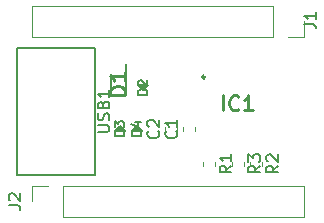
<source format=gbr>
G04 #@! TF.GenerationSoftware,KiCad,Pcbnew,(5.0.2)-1*
G04 #@! TF.CreationDate,2019-10-04T12:42:43+03:00*
G04 #@! TF.ProjectId,Micro-USB-UART,4d696372-6f2d-4555-9342-2d554152542e,rev?*
G04 #@! TF.SameCoordinates,Original*
G04 #@! TF.FileFunction,Legend,Top*
G04 #@! TF.FilePolarity,Positive*
%FSLAX46Y46*%
G04 Gerber Fmt 4.6, Leading zero omitted, Abs format (unit mm)*
G04 Created by KiCad (PCBNEW (5.0.2)-1) date 04.10.2019 12:42:43*
%MOMM*%
%LPD*%
G01*
G04 APERTURE LIST*
%ADD10C,0.120000*%
%ADD11C,0.200000*%
%ADD12C,0.150000*%
%ADD13C,0.254000*%
G04 APERTURE END LIST*
D10*
G04 #@! TO.C,C1*
X87886000Y-115808879D02*
X87886000Y-115483321D01*
X86866000Y-115808879D02*
X86866000Y-115483321D01*
G04 #@! TO.C,C2*
X85342000Y-115808879D02*
X85342000Y-115483321D01*
X86362000Y-115808879D02*
X86362000Y-115483321D01*
D11*
G04 #@! TO.C,D1*
X82057000Y-110123500D02*
X82057000Y-112673500D01*
X80757000Y-110973500D02*
X80757000Y-112673500D01*
D12*
G04 #@! TO.C,D2*
X83502500Y-111941000D02*
X83502500Y-112141000D01*
X83502500Y-112241000D02*
X83702500Y-111941000D01*
X83302500Y-111941000D02*
X83502500Y-112241000D01*
X83502500Y-112341000D02*
X83102500Y-111941000D01*
X83902500Y-111941000D02*
X83502500Y-112341000D01*
X83102500Y-111941000D02*
X83902500Y-111941000D01*
G04 #@! TO.C,D3*
X81934000Y-115816100D02*
X81134000Y-115816100D01*
X81134000Y-115816100D02*
X81534000Y-115416100D01*
X81534000Y-115416100D02*
X81934000Y-115816100D01*
X81734000Y-115816100D02*
X81534000Y-115516100D01*
X81534000Y-115516100D02*
X81334000Y-115816100D01*
X81534000Y-115816100D02*
X81534000Y-115616100D01*
G04 #@! TO.C,D4*
X82994500Y-115816100D02*
X82994500Y-115616100D01*
X82994500Y-115516100D02*
X82794500Y-115816100D01*
X83194500Y-115816100D02*
X82994500Y-115516100D01*
X82994500Y-115416100D02*
X83394500Y-115816100D01*
X82594500Y-115816100D02*
X82994500Y-115416100D01*
X83394500Y-115816100D02*
X82594500Y-115816100D01*
D13*
G04 #@! TO.C,IC1*
X88765800Y-111237200D02*
G75*
G03X88765800Y-111237200I-125000J0D01*
G01*
D10*
G04 #@! TO.C,R1*
X89613200Y-118404421D02*
X89613200Y-118729979D01*
X88593200Y-118404421D02*
X88593200Y-118729979D01*
G04 #@! TO.C,R2*
X93575600Y-118404421D02*
X93575600Y-118729979D01*
X92555600Y-118404421D02*
X92555600Y-118729979D01*
G04 #@! TO.C,R3*
X91031600Y-118404421D02*
X91031600Y-118729979D01*
X92051600Y-118404421D02*
X92051600Y-118729979D01*
D12*
G04 #@! TO.C,USB1*
X72858500Y-108753950D02*
X72858500Y-119553950D01*
X72858500Y-108753950D02*
X79433500Y-108753950D01*
X79433500Y-108753950D02*
X79433500Y-119553950D01*
X79433500Y-119553950D02*
X72858500Y-119553950D01*
D10*
G04 #@! TO.C,J1*
X94488000Y-105197600D02*
X94488000Y-107857600D01*
X94488000Y-105197600D02*
X74108000Y-105197600D01*
X74108000Y-105197600D02*
X74108000Y-107857600D01*
X94488000Y-107857600D02*
X74108000Y-107857600D01*
X97088000Y-107857600D02*
X95758000Y-107857600D01*
X97088000Y-106527600D02*
X97088000Y-107857600D01*
G04 #@! TO.C,J2*
X74108000Y-121754900D02*
X74108000Y-120424900D01*
X74108000Y-120424900D02*
X75438000Y-120424900D01*
X76708000Y-120424900D02*
X97088000Y-120424900D01*
X97088000Y-123084900D02*
X97088000Y-120424900D01*
X76708000Y-123084900D02*
X97088000Y-123084900D01*
X76708000Y-123084900D02*
X76708000Y-120424900D01*
G04 #@! TO.C,C1*
D12*
X86303142Y-115812766D02*
X86350761Y-115860385D01*
X86398380Y-116003242D01*
X86398380Y-116098480D01*
X86350761Y-116241338D01*
X86255523Y-116336576D01*
X86160285Y-116384195D01*
X85969809Y-116431814D01*
X85826952Y-116431814D01*
X85636476Y-116384195D01*
X85541238Y-116336576D01*
X85446000Y-116241338D01*
X85398380Y-116098480D01*
X85398380Y-116003242D01*
X85446000Y-115860385D01*
X85493619Y-115812766D01*
X86398380Y-114860385D02*
X86398380Y-115431814D01*
X86398380Y-115146100D02*
X85398380Y-115146100D01*
X85541238Y-115241338D01*
X85636476Y-115336576D01*
X85684095Y-115431814D01*
G04 #@! TO.C,C2*
X84779142Y-115812766D02*
X84826761Y-115860385D01*
X84874380Y-116003242D01*
X84874380Y-116098480D01*
X84826761Y-116241338D01*
X84731523Y-116336576D01*
X84636285Y-116384195D01*
X84445809Y-116431814D01*
X84302952Y-116431814D01*
X84112476Y-116384195D01*
X84017238Y-116336576D01*
X83922000Y-116241338D01*
X83874380Y-116098480D01*
X83874380Y-116003242D01*
X83922000Y-115860385D01*
X83969619Y-115812766D01*
X83969619Y-115431814D02*
X83922000Y-115384195D01*
X83874380Y-115288957D01*
X83874380Y-115050861D01*
X83922000Y-114955623D01*
X83969619Y-114908004D01*
X84064857Y-114860385D01*
X84160095Y-114860385D01*
X84302952Y-114908004D01*
X84874380Y-115479433D01*
X84874380Y-114860385D01*
G04 #@! TO.C,D1*
D13*
X81981523Y-112760880D02*
X80711523Y-112760880D01*
X80711523Y-112458500D01*
X80772000Y-112277071D01*
X80892952Y-112156119D01*
X81013904Y-112095642D01*
X81255809Y-112035166D01*
X81437238Y-112035166D01*
X81679142Y-112095642D01*
X81800095Y-112156119D01*
X81921047Y-112277071D01*
X81981523Y-112458500D01*
X81981523Y-112760880D01*
X81981523Y-110825642D02*
X81981523Y-111551357D01*
X81981523Y-111188500D02*
X80711523Y-111188500D01*
X80892952Y-111309452D01*
X81013904Y-111430404D01*
X81074380Y-111551357D01*
G04 #@! TO.C,D2*
D12*
X83864404Y-112731476D02*
X83064404Y-112731476D01*
X83064404Y-112541000D01*
X83102500Y-112426714D01*
X83178690Y-112350523D01*
X83254880Y-112312428D01*
X83407261Y-112274333D01*
X83521547Y-112274333D01*
X83673928Y-112312428D01*
X83750119Y-112350523D01*
X83826309Y-112426714D01*
X83864404Y-112541000D01*
X83864404Y-112731476D01*
X83140595Y-111969571D02*
X83102500Y-111931476D01*
X83064404Y-111855285D01*
X83064404Y-111664809D01*
X83102500Y-111588619D01*
X83140595Y-111550523D01*
X83216785Y-111512428D01*
X83292976Y-111512428D01*
X83407261Y-111550523D01*
X83864404Y-112007666D01*
X83864404Y-111512428D01*
G04 #@! TO.C,D3*
X81895904Y-116206576D02*
X81095904Y-116206576D01*
X81095904Y-116016100D01*
X81134000Y-115901814D01*
X81210190Y-115825623D01*
X81286380Y-115787528D01*
X81438761Y-115749433D01*
X81553047Y-115749433D01*
X81705428Y-115787528D01*
X81781619Y-115825623D01*
X81857809Y-115901814D01*
X81895904Y-116016100D01*
X81895904Y-116206576D01*
X81095904Y-115482766D02*
X81095904Y-114987528D01*
X81400666Y-115254195D01*
X81400666Y-115139909D01*
X81438761Y-115063719D01*
X81476857Y-115025623D01*
X81553047Y-114987528D01*
X81743523Y-114987528D01*
X81819714Y-115025623D01*
X81857809Y-115063719D01*
X81895904Y-115139909D01*
X81895904Y-115368480D01*
X81857809Y-115444671D01*
X81819714Y-115482766D01*
G04 #@! TO.C,D4*
X83356404Y-116206576D02*
X82556404Y-116206576D01*
X82556404Y-116016100D01*
X82594500Y-115901814D01*
X82670690Y-115825623D01*
X82746880Y-115787528D01*
X82899261Y-115749433D01*
X83013547Y-115749433D01*
X83165928Y-115787528D01*
X83242119Y-115825623D01*
X83318309Y-115901814D01*
X83356404Y-116016100D01*
X83356404Y-116206576D01*
X82823071Y-115063719D02*
X83356404Y-115063719D01*
X82518309Y-115254195D02*
X83089738Y-115444671D01*
X83089738Y-114949433D01*
G04 #@! TO.C,IC1*
D13*
X90251038Y-114061723D02*
X90251038Y-112791723D01*
X91581514Y-113940771D02*
X91521038Y-114001247D01*
X91339609Y-114061723D01*
X91218657Y-114061723D01*
X91037228Y-114001247D01*
X90916276Y-113880295D01*
X90855800Y-113759342D01*
X90795323Y-113517438D01*
X90795323Y-113336009D01*
X90855800Y-113094104D01*
X90916276Y-112973152D01*
X91037228Y-112852200D01*
X91218657Y-112791723D01*
X91339609Y-112791723D01*
X91521038Y-112852200D01*
X91581514Y-112912676D01*
X92791038Y-114061723D02*
X92065323Y-114061723D01*
X92428180Y-114061723D02*
X92428180Y-112791723D01*
X92307228Y-112973152D01*
X92186276Y-113094104D01*
X92065323Y-113154580D01*
G04 #@! TO.C,R1*
D12*
X90985580Y-118733866D02*
X90509390Y-119067200D01*
X90985580Y-119305295D02*
X89985580Y-119305295D01*
X89985580Y-118924342D01*
X90033200Y-118829104D01*
X90080819Y-118781485D01*
X90176057Y-118733866D01*
X90318914Y-118733866D01*
X90414152Y-118781485D01*
X90461771Y-118829104D01*
X90509390Y-118924342D01*
X90509390Y-119305295D01*
X90985580Y-117781485D02*
X90985580Y-118352914D01*
X90985580Y-118067200D02*
X89985580Y-118067200D01*
X90128438Y-118162438D01*
X90223676Y-118257676D01*
X90271295Y-118352914D01*
G04 #@! TO.C,R2*
X94947980Y-118733866D02*
X94471790Y-119067200D01*
X94947980Y-119305295D02*
X93947980Y-119305295D01*
X93947980Y-118924342D01*
X93995600Y-118829104D01*
X94043219Y-118781485D01*
X94138457Y-118733866D01*
X94281314Y-118733866D01*
X94376552Y-118781485D01*
X94424171Y-118829104D01*
X94471790Y-118924342D01*
X94471790Y-119305295D01*
X94043219Y-118352914D02*
X93995600Y-118305295D01*
X93947980Y-118210057D01*
X93947980Y-117971961D01*
X93995600Y-117876723D01*
X94043219Y-117829104D01*
X94138457Y-117781485D01*
X94233695Y-117781485D01*
X94376552Y-117829104D01*
X94947980Y-118400533D01*
X94947980Y-117781485D01*
G04 #@! TO.C,R3*
X93423980Y-118733866D02*
X92947790Y-119067200D01*
X93423980Y-119305295D02*
X92423980Y-119305295D01*
X92423980Y-118924342D01*
X92471600Y-118829104D01*
X92519219Y-118781485D01*
X92614457Y-118733866D01*
X92757314Y-118733866D01*
X92852552Y-118781485D01*
X92900171Y-118829104D01*
X92947790Y-118924342D01*
X92947790Y-119305295D01*
X92423980Y-118400533D02*
X92423980Y-117781485D01*
X92804933Y-118114819D01*
X92804933Y-117971961D01*
X92852552Y-117876723D01*
X92900171Y-117829104D01*
X92995409Y-117781485D01*
X93233504Y-117781485D01*
X93328742Y-117829104D01*
X93376361Y-117876723D01*
X93423980Y-117971961D01*
X93423980Y-118257676D01*
X93376361Y-118352914D01*
X93328742Y-118400533D01*
G04 #@! TO.C,USB1*
X79660880Y-115892045D02*
X80470404Y-115892045D01*
X80565642Y-115844426D01*
X80613261Y-115796807D01*
X80660880Y-115701569D01*
X80660880Y-115511092D01*
X80613261Y-115415854D01*
X80565642Y-115368235D01*
X80470404Y-115320616D01*
X79660880Y-115320616D01*
X80613261Y-114892045D02*
X80660880Y-114749188D01*
X80660880Y-114511092D01*
X80613261Y-114415854D01*
X80565642Y-114368235D01*
X80470404Y-114320616D01*
X80375166Y-114320616D01*
X80279928Y-114368235D01*
X80232309Y-114415854D01*
X80184690Y-114511092D01*
X80137071Y-114701569D01*
X80089452Y-114796807D01*
X80041833Y-114844426D01*
X79946595Y-114892045D01*
X79851357Y-114892045D01*
X79756119Y-114844426D01*
X79708500Y-114796807D01*
X79660880Y-114701569D01*
X79660880Y-114463473D01*
X79708500Y-114320616D01*
X80137071Y-113558711D02*
X80184690Y-113415854D01*
X80232309Y-113368235D01*
X80327547Y-113320616D01*
X80470404Y-113320616D01*
X80565642Y-113368235D01*
X80613261Y-113415854D01*
X80660880Y-113511092D01*
X80660880Y-113892045D01*
X79660880Y-113892045D01*
X79660880Y-113558711D01*
X79708500Y-113463473D01*
X79756119Y-113415854D01*
X79851357Y-113368235D01*
X79946595Y-113368235D01*
X80041833Y-113415854D01*
X80089452Y-113463473D01*
X80137071Y-113558711D01*
X80137071Y-113892045D01*
X80660880Y-112368235D02*
X80660880Y-112939664D01*
X80660880Y-112653950D02*
X79660880Y-112653950D01*
X79803738Y-112749188D01*
X79898976Y-112844426D01*
X79946595Y-112939664D01*
G04 #@! TO.C,J1*
X97140780Y-106746633D02*
X97855066Y-106746633D01*
X97997923Y-106794252D01*
X98093161Y-106889490D01*
X98140780Y-107032347D01*
X98140780Y-107127585D01*
X98140780Y-105746633D02*
X98140780Y-106318061D01*
X98140780Y-106032347D02*
X97140780Y-106032347D01*
X97283638Y-106127585D01*
X97378876Y-106222823D01*
X97426495Y-106318061D01*
G04 #@! TO.C,J2*
X72120380Y-122088233D02*
X72834666Y-122088233D01*
X72977523Y-122135852D01*
X73072761Y-122231090D01*
X73120380Y-122373947D01*
X73120380Y-122469185D01*
X72215619Y-121659661D02*
X72168000Y-121612042D01*
X72120380Y-121516804D01*
X72120380Y-121278709D01*
X72168000Y-121183471D01*
X72215619Y-121135852D01*
X72310857Y-121088233D01*
X72406095Y-121088233D01*
X72548952Y-121135852D01*
X73120380Y-121707280D01*
X73120380Y-121088233D01*
G04 #@! TD*
M02*

</source>
